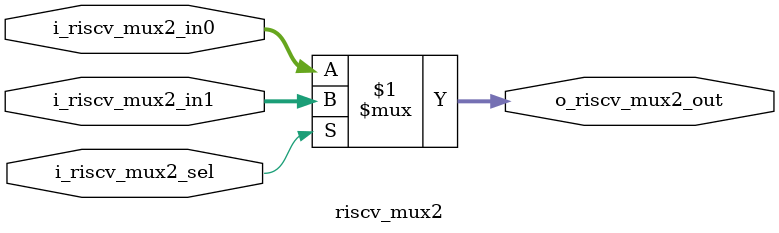
<source format=sv>
module riscv_mux2 #(parameter width= 64) (
  input  logic             i_riscv_mux2_sel,
  input  logic [width-1:0] i_riscv_mux2_in0,
  input  logic [width-1:0] i_riscv_mux2_in1,
  output logic [width-1:0] o_riscv_mux2_out);
  
  assign o_riscv_mux2_out= (i_riscv_mux2_sel)? i_riscv_mux2_in1:i_riscv_mux2_in0;
endmodule 
</source>
